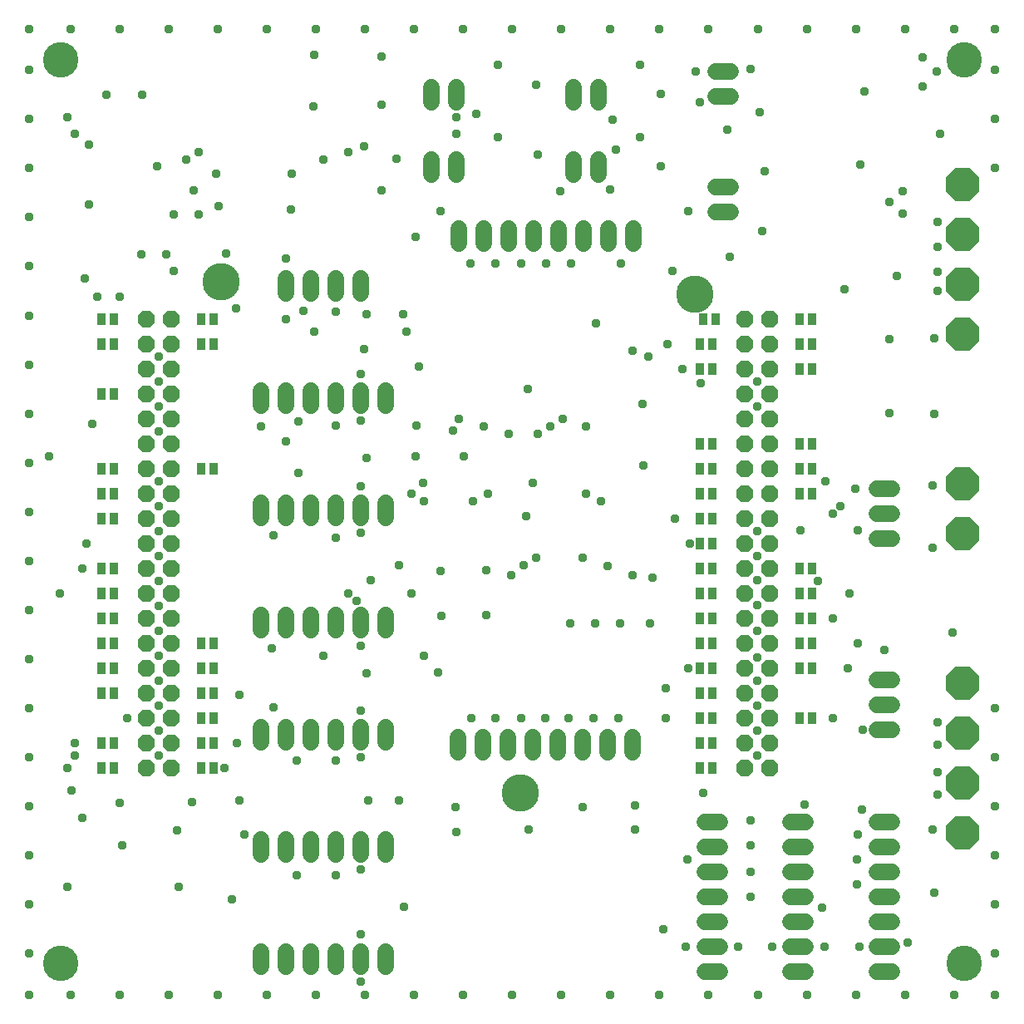
<source format=gbs>
G75*
%MOIN*%
%OFA0B0*%
%FSLAX25Y25*%
%IPPOS*%
%LPD*%
%AMOC8*
5,1,8,0,0,1.08239X$1,22.5*
%
%ADD10C,0.14186*%
%ADD11OC8,0.06800*%
%ADD12C,0.14973*%
%ADD13R,0.03800X0.04800*%
%ADD14OC8,0.13300*%
%ADD15C,0.06800*%
%ADD16OC8,0.03581*%
D10*
X0019146Y0028375D03*
X0019146Y0390580D03*
X0381350Y0390580D03*
X0381350Y0028375D03*
D11*
X0303398Y0106627D03*
X0303398Y0116627D03*
X0303398Y0126627D03*
X0303398Y0136627D03*
X0303398Y0146627D03*
X0303398Y0156627D03*
X0303398Y0166627D03*
X0303398Y0176627D03*
X0303398Y0186627D03*
X0303398Y0196627D03*
X0303398Y0206627D03*
X0303398Y0216627D03*
X0303398Y0226627D03*
X0303398Y0236627D03*
X0303398Y0246627D03*
X0303398Y0256627D03*
X0303398Y0266627D03*
X0303398Y0276627D03*
X0303398Y0286627D03*
X0293398Y0286627D03*
X0293398Y0276627D03*
X0293398Y0266627D03*
X0293398Y0256627D03*
X0293398Y0246627D03*
X0293398Y0236627D03*
X0293398Y0226627D03*
X0293398Y0216627D03*
X0293398Y0206627D03*
X0293398Y0196627D03*
X0293398Y0186627D03*
X0293398Y0176627D03*
X0293398Y0166627D03*
X0293398Y0156627D03*
X0293398Y0146627D03*
X0293398Y0136627D03*
X0293398Y0126627D03*
X0293398Y0116627D03*
X0293398Y0106627D03*
X0063398Y0106627D03*
X0063398Y0116627D03*
X0053398Y0116627D03*
X0053398Y0106627D03*
X0053398Y0126627D03*
X0063398Y0126627D03*
X0063398Y0136627D03*
X0063398Y0146627D03*
X0063398Y0156627D03*
X0053398Y0156627D03*
X0053398Y0146627D03*
X0053398Y0136627D03*
X0053398Y0166627D03*
X0063398Y0166627D03*
X0063398Y0176627D03*
X0063398Y0186627D03*
X0063398Y0196627D03*
X0063398Y0206627D03*
X0053398Y0206627D03*
X0053398Y0196627D03*
X0053398Y0186627D03*
X0053398Y0176627D03*
X0053398Y0216627D03*
X0063398Y0216627D03*
X0063398Y0226627D03*
X0063398Y0236627D03*
X0063398Y0246627D03*
X0063398Y0256627D03*
X0053398Y0256627D03*
X0053398Y0246627D03*
X0053398Y0236627D03*
X0053398Y0226627D03*
X0053398Y0266627D03*
X0063398Y0266627D03*
X0063398Y0276627D03*
X0063398Y0286627D03*
X0053398Y0286627D03*
X0053398Y0276627D03*
D12*
X0083398Y0301627D03*
X0203398Y0096627D03*
X0273398Y0296627D03*
D13*
X0276898Y0286627D03*
X0281898Y0286627D03*
X0280398Y0276627D03*
X0275398Y0276627D03*
X0275398Y0266627D03*
X0280398Y0266627D03*
X0280398Y0236627D03*
X0275398Y0236627D03*
X0275398Y0226627D03*
X0280398Y0226627D03*
X0280398Y0216627D03*
X0275398Y0216627D03*
X0275398Y0206627D03*
X0280398Y0206627D03*
X0280398Y0196627D03*
X0275398Y0196627D03*
X0275398Y0186627D03*
X0280398Y0186627D03*
X0280398Y0176627D03*
X0275398Y0176627D03*
X0275398Y0166627D03*
X0280398Y0166627D03*
X0280398Y0156627D03*
X0275398Y0156627D03*
X0275398Y0146627D03*
X0280398Y0146627D03*
X0280398Y0136627D03*
X0275398Y0136627D03*
X0275398Y0126627D03*
X0280398Y0126627D03*
X0280398Y0116627D03*
X0275398Y0116627D03*
X0275398Y0106627D03*
X0280398Y0106627D03*
X0315398Y0126627D03*
X0320398Y0126627D03*
X0320398Y0146627D03*
X0315398Y0146627D03*
X0315398Y0156627D03*
X0320398Y0156627D03*
X0320398Y0166627D03*
X0315398Y0166627D03*
X0315398Y0176627D03*
X0320398Y0176627D03*
X0320398Y0186627D03*
X0315398Y0186627D03*
X0315398Y0216627D03*
X0320398Y0216627D03*
X0320398Y0226627D03*
X0315398Y0226627D03*
X0315398Y0236627D03*
X0320398Y0236627D03*
X0320398Y0266627D03*
X0315398Y0266627D03*
X0315398Y0276627D03*
X0320398Y0276627D03*
X0320398Y0286627D03*
X0315398Y0286627D03*
X0080398Y0286627D03*
X0075398Y0286627D03*
X0075398Y0276627D03*
X0080398Y0276627D03*
X0040398Y0276627D03*
X0035398Y0276627D03*
X0035398Y0286627D03*
X0040398Y0286627D03*
X0040398Y0256627D03*
X0035398Y0256627D03*
X0035398Y0226627D03*
X0040398Y0226627D03*
X0040398Y0216627D03*
X0035398Y0216627D03*
X0035398Y0206627D03*
X0040398Y0206627D03*
X0040398Y0186627D03*
X0035398Y0186627D03*
X0035398Y0176627D03*
X0040398Y0176627D03*
X0040398Y0166627D03*
X0035398Y0166627D03*
X0035398Y0156627D03*
X0040398Y0156627D03*
X0040398Y0146627D03*
X0035398Y0146627D03*
X0035398Y0136627D03*
X0040398Y0136627D03*
X0040398Y0116627D03*
X0035398Y0116627D03*
X0035398Y0106627D03*
X0040398Y0106627D03*
X0075398Y0106627D03*
X0080398Y0106627D03*
X0080398Y0116627D03*
X0075398Y0116627D03*
X0075398Y0126627D03*
X0080398Y0126627D03*
X0080398Y0136627D03*
X0075398Y0136627D03*
X0075398Y0146627D03*
X0080398Y0146627D03*
X0080398Y0156627D03*
X0075398Y0156627D03*
X0075398Y0226627D03*
X0080398Y0226627D03*
D14*
X0380898Y0220627D03*
X0380898Y0200627D03*
X0380898Y0140627D03*
X0380898Y0120627D03*
X0380898Y0100627D03*
X0380898Y0080627D03*
X0380898Y0280627D03*
X0380898Y0300627D03*
X0380898Y0320627D03*
X0380898Y0340627D03*
D15*
X0287898Y0339627D02*
X0281898Y0339627D01*
X0281898Y0329627D02*
X0287898Y0329627D01*
X0248898Y0323127D02*
X0248898Y0317127D01*
X0238898Y0317127D02*
X0238898Y0323127D01*
X0228898Y0323127D02*
X0228898Y0317127D01*
X0218898Y0317127D02*
X0218898Y0323127D01*
X0208898Y0323127D02*
X0208898Y0317127D01*
X0198898Y0317127D02*
X0198898Y0323127D01*
X0188898Y0323127D02*
X0188898Y0317127D01*
X0178898Y0317127D02*
X0178898Y0323127D01*
X0177898Y0344627D02*
X0177898Y0350627D01*
X0167898Y0350627D02*
X0167898Y0344627D01*
X0167898Y0373627D02*
X0167898Y0379627D01*
X0177898Y0379627D02*
X0177898Y0373627D01*
X0224898Y0373627D02*
X0224898Y0379627D01*
X0234898Y0379627D02*
X0234898Y0373627D01*
X0234898Y0350627D02*
X0234898Y0344627D01*
X0224898Y0344627D02*
X0224898Y0350627D01*
X0281898Y0376127D02*
X0287898Y0376127D01*
X0287898Y0386127D02*
X0281898Y0386127D01*
X0149398Y0258127D02*
X0149398Y0252127D01*
X0139398Y0252127D02*
X0139398Y0258127D01*
X0129398Y0258127D02*
X0129398Y0252127D01*
X0119398Y0252127D02*
X0119398Y0258127D01*
X0109398Y0258127D02*
X0109398Y0252127D01*
X0099398Y0252127D02*
X0099398Y0258127D01*
X0109398Y0297127D02*
X0109398Y0303127D01*
X0119398Y0303127D02*
X0119398Y0297127D01*
X0129398Y0297127D02*
X0129398Y0303127D01*
X0139398Y0303127D02*
X0139398Y0297127D01*
X0139398Y0213127D02*
X0139398Y0207127D01*
X0129398Y0207127D02*
X0129398Y0213127D01*
X0119398Y0213127D02*
X0119398Y0207127D01*
X0109398Y0207127D02*
X0109398Y0213127D01*
X0099398Y0213127D02*
X0099398Y0207127D01*
X0099398Y0168127D02*
X0099398Y0162127D01*
X0109398Y0162127D02*
X0109398Y0168127D01*
X0119398Y0168127D02*
X0119398Y0162127D01*
X0129398Y0162127D02*
X0129398Y0168127D01*
X0139398Y0168127D02*
X0139398Y0162127D01*
X0149398Y0162127D02*
X0149398Y0168127D01*
X0149398Y0207127D02*
X0149398Y0213127D01*
X0149398Y0123127D02*
X0149398Y0117127D01*
X0139398Y0117127D02*
X0139398Y0123127D01*
X0129398Y0123127D02*
X0129398Y0117127D01*
X0119398Y0117127D02*
X0119398Y0123127D01*
X0109398Y0123127D02*
X0109398Y0117127D01*
X0099398Y0117127D02*
X0099398Y0123127D01*
X0099398Y0078127D02*
X0099398Y0072127D01*
X0109398Y0072127D02*
X0109398Y0078127D01*
X0119398Y0078127D02*
X0119398Y0072127D01*
X0129398Y0072127D02*
X0129398Y0078127D01*
X0139398Y0078127D02*
X0139398Y0072127D01*
X0149398Y0072127D02*
X0149398Y0078127D01*
X0178398Y0113127D02*
X0178398Y0119127D01*
X0188398Y0119127D02*
X0188398Y0113127D01*
X0198398Y0113127D02*
X0198398Y0119127D01*
X0208398Y0119127D02*
X0208398Y0113127D01*
X0218398Y0113127D02*
X0218398Y0119127D01*
X0228398Y0119127D02*
X0228398Y0113127D01*
X0238398Y0113127D02*
X0238398Y0119127D01*
X0248398Y0119127D02*
X0248398Y0113127D01*
X0277398Y0085127D02*
X0283398Y0085127D01*
X0283398Y0075127D02*
X0277398Y0075127D01*
X0277398Y0065127D02*
X0283398Y0065127D01*
X0283398Y0055127D02*
X0277398Y0055127D01*
X0277398Y0045127D02*
X0283398Y0045127D01*
X0283398Y0035127D02*
X0277398Y0035127D01*
X0277398Y0025127D02*
X0283398Y0025127D01*
X0311898Y0025127D02*
X0317898Y0025127D01*
X0317898Y0035127D02*
X0311898Y0035127D01*
X0311898Y0045127D02*
X0317898Y0045127D01*
X0317898Y0055127D02*
X0311898Y0055127D01*
X0311898Y0065127D02*
X0317898Y0065127D01*
X0317898Y0075127D02*
X0311898Y0075127D01*
X0311898Y0085127D02*
X0317898Y0085127D01*
X0346398Y0085127D02*
X0352398Y0085127D01*
X0352398Y0075127D02*
X0346398Y0075127D01*
X0346398Y0065127D02*
X0352398Y0065127D01*
X0352398Y0055127D02*
X0346398Y0055127D01*
X0346398Y0045127D02*
X0352398Y0045127D01*
X0352398Y0035127D02*
X0346398Y0035127D01*
X0346398Y0025127D02*
X0352398Y0025127D01*
X0352398Y0122127D02*
X0346398Y0122127D01*
X0346398Y0132127D02*
X0352398Y0132127D01*
X0352398Y0142127D02*
X0346398Y0142127D01*
X0346398Y0198627D02*
X0352398Y0198627D01*
X0352398Y0208627D02*
X0346398Y0208627D01*
X0346398Y0218627D02*
X0352398Y0218627D01*
X0149398Y0033127D02*
X0149398Y0027127D01*
X0139398Y0027127D02*
X0139398Y0033127D01*
X0129398Y0033127D02*
X0129398Y0027127D01*
X0119398Y0027127D02*
X0119398Y0033127D01*
X0109398Y0033127D02*
X0109398Y0027127D01*
X0099398Y0027127D02*
X0099398Y0033127D01*
D16*
X0006547Y0015777D03*
X0006547Y0032312D03*
X0006547Y0051997D03*
X0021898Y0059127D03*
X0006547Y0071682D03*
X0006547Y0091367D03*
X0023398Y0097627D03*
X0021898Y0106627D03*
X0024898Y0111627D03*
X0024898Y0116627D03*
X0006547Y0111052D03*
X0006547Y0130737D03*
X0006547Y0150423D03*
X0006547Y0170108D03*
X0018898Y0176627D03*
X0027898Y0186627D03*
X0029398Y0196627D03*
X0006547Y0189793D03*
X0006547Y0209478D03*
X0006547Y0229163D03*
X0014398Y0231627D03*
X0006547Y0248848D03*
X0006547Y0268533D03*
X0006547Y0288218D03*
X0006547Y0307903D03*
X0006547Y0327588D03*
X0006547Y0347273D03*
X0006547Y0366958D03*
X0021898Y0367627D03*
X0024898Y0361127D03*
X0030398Y0356627D03*
X0037398Y0376627D03*
X0051898Y0376627D03*
X0074398Y0353627D03*
X0069398Y0350627D03*
X0072398Y0338281D03*
X0081398Y0345127D03*
X0082398Y0332127D03*
X0074398Y0328627D03*
X0064398Y0328627D03*
X0061398Y0312627D03*
X0064398Y0306127D03*
X0051398Y0312627D03*
X0042898Y0295627D03*
X0033898Y0295627D03*
X0028898Y0303127D03*
X0030398Y0332627D03*
X0057898Y0348127D03*
X0085398Y0313127D03*
X0089398Y0291127D03*
X0109398Y0286627D03*
X0116398Y0290127D03*
X0120898Y0281627D03*
X0129398Y0289627D03*
X0141898Y0288627D03*
X0140898Y0274627D03*
X0139398Y0264627D03*
X0139398Y0246127D03*
X0129398Y0244127D03*
X0141898Y0231127D03*
X0139398Y0219627D03*
X0139398Y0201127D03*
X0129398Y0199127D03*
X0143398Y0182127D03*
X0137898Y0173627D03*
X0134398Y0176627D03*
X0139398Y0155627D03*
X0141898Y0144627D03*
X0139398Y0129627D03*
X0139398Y0111127D03*
X0129398Y0109627D03*
X0113898Y0109627D03*
X0104398Y0131127D03*
X0090898Y0136127D03*
X0103898Y0154627D03*
X0124398Y0151627D03*
X0154898Y0188127D03*
X0159898Y0176627D03*
X0171398Y0185627D03*
X0171898Y0167627D03*
X0164898Y0151627D03*
X0170398Y0145127D03*
X0183898Y0126627D03*
X0193398Y0126627D03*
X0203898Y0126627D03*
X0213398Y0126627D03*
X0222898Y0126627D03*
X0232898Y0126627D03*
X0242898Y0126627D03*
X0261898Y0126627D03*
X0261898Y0138627D03*
X0270898Y0146627D03*
X0255398Y0164627D03*
X0243398Y0164627D03*
X0233398Y0164627D03*
X0223398Y0164627D03*
X0238398Y0187627D03*
X0228398Y0191127D03*
X0209898Y0191127D03*
X0204898Y0188127D03*
X0199898Y0184127D03*
X0189898Y0186127D03*
X0189898Y0168127D03*
X0205898Y0207627D03*
X0208398Y0221127D03*
X0210398Y0240627D03*
X0215398Y0243627D03*
X0220398Y0246627D03*
X0229898Y0243627D03*
X0252398Y0252627D03*
X0254898Y0271627D03*
X0248398Y0274127D03*
X0262398Y0276627D03*
X0268398Y0266627D03*
X0275898Y0261127D03*
X0298398Y0261627D03*
X0298398Y0251627D03*
X0325898Y0221627D03*
X0331898Y0211627D03*
X0328898Y0208627D03*
X0338898Y0202127D03*
X0337898Y0218627D03*
X0315898Y0202127D03*
X0322898Y0181627D03*
X0328898Y0166627D03*
X0335398Y0176627D03*
X0338898Y0156627D03*
X0334898Y0146627D03*
X0349398Y0154127D03*
X0328898Y0126627D03*
X0340898Y0122127D03*
X0370898Y0125127D03*
X0370898Y0116127D03*
X0370898Y0105127D03*
X0370898Y0096127D03*
X0368898Y0082127D03*
X0369398Y0056627D03*
X0358898Y0036627D03*
X0339398Y0035127D03*
X0325398Y0035127D03*
X0324398Y0050627D03*
X0338398Y0060127D03*
X0338398Y0070127D03*
X0338898Y0080127D03*
X0340398Y0090127D03*
X0317398Y0092127D03*
X0295898Y0085627D03*
X0295898Y0075627D03*
X0295898Y0065127D03*
X0295898Y0055127D03*
X0290898Y0035127D03*
X0304398Y0035127D03*
X0298673Y0015777D03*
X0278988Y0015777D03*
X0269898Y0035127D03*
X0260898Y0042127D03*
X0259303Y0015777D03*
X0239618Y0015777D03*
X0219933Y0015777D03*
X0200248Y0015777D03*
X0180563Y0015777D03*
X0160878Y0015777D03*
X0141193Y0015777D03*
X0139398Y0021127D03*
X0121508Y0015777D03*
X0101823Y0015777D03*
X0082138Y0015777D03*
X0062453Y0015777D03*
X0042768Y0015777D03*
X0023083Y0015777D03*
X0066398Y0059127D03*
X0065898Y0081627D03*
X0071898Y0093127D03*
X0084898Y0106627D03*
X0089898Y0116627D03*
X0090898Y0093627D03*
X0092898Y0080127D03*
X0087898Y0054127D03*
X0113898Y0063627D03*
X0129398Y0063627D03*
X0139398Y0066127D03*
X0156898Y0051127D03*
X0139398Y0040127D03*
X0177898Y0081127D03*
X0177398Y0091127D03*
X0154898Y0093627D03*
X0142398Y0093627D03*
X0206898Y0082127D03*
X0228398Y0091127D03*
X0249398Y0091627D03*
X0249398Y0082127D03*
X0270398Y0070127D03*
X0276898Y0096627D03*
X0298398Y0111627D03*
X0298398Y0121627D03*
X0298398Y0131627D03*
X0298398Y0141627D03*
X0298398Y0151127D03*
X0298398Y0161627D03*
X0298398Y0172127D03*
X0298398Y0182127D03*
X0298398Y0191627D03*
X0298398Y0201627D03*
X0271398Y0196627D03*
X0265398Y0206627D03*
X0252898Y0228127D03*
X0235898Y0213627D03*
X0229898Y0216627D03*
X0248398Y0184127D03*
X0256398Y0183127D03*
X0198898Y0240627D03*
X0188898Y0243627D03*
X0178898Y0246627D03*
X0176398Y0242127D03*
X0180898Y0231627D03*
X0190398Y0216627D03*
X0184398Y0213627D03*
X0164898Y0213627D03*
X0159898Y0216627D03*
X0164398Y0221127D03*
X0161398Y0231627D03*
X0161898Y0244127D03*
X0162898Y0267627D03*
X0157898Y0281627D03*
X0156398Y0288627D03*
X0161398Y0319627D03*
X0171398Y0330127D03*
X0153898Y0351127D03*
X0147744Y0338281D03*
X0140898Y0356127D03*
X0134398Y0353627D03*
X0124398Y0350627D03*
X0111898Y0345127D03*
X0111398Y0330627D03*
X0109398Y0311127D03*
X0120398Y0372127D03*
X0120898Y0392627D03*
X0121508Y0403178D03*
X0141193Y0403178D03*
X0147898Y0392127D03*
X0160878Y0403178D03*
X0180563Y0403178D03*
X0194398Y0388627D03*
X0200248Y0403178D03*
X0219933Y0403178D03*
X0239618Y0403178D03*
X0251398Y0388627D03*
X0259898Y0377127D03*
X0273898Y0386127D03*
X0275398Y0373627D03*
X0286398Y0362627D03*
X0299398Y0369627D03*
X0295898Y0387127D03*
X0298673Y0403178D03*
X0278988Y0403178D03*
X0259303Y0403178D03*
X0240398Y0366627D03*
X0241898Y0354627D03*
X0251398Y0359627D03*
X0259898Y0348127D03*
X0270898Y0330127D03*
X0287398Y0311627D03*
X0300398Y0322127D03*
X0301398Y0346127D03*
X0264398Y0306127D03*
X0243898Y0309127D03*
X0223898Y0309127D03*
X0213898Y0309127D03*
X0203898Y0309127D03*
X0193398Y0309127D03*
X0183398Y0309127D03*
X0219398Y0338127D03*
X0210398Y0352627D03*
X0194398Y0359627D03*
X0185898Y0369127D03*
X0177898Y0367627D03*
X0177898Y0361127D03*
X0147898Y0372627D03*
X0101823Y0403178D03*
X0082138Y0403178D03*
X0062453Y0403178D03*
X0042768Y0403178D03*
X0023083Y0403178D03*
X0006547Y0403178D03*
X0006547Y0386643D03*
X0058398Y0271627D03*
X0058398Y0261627D03*
X0058398Y0251627D03*
X0058398Y0241627D03*
X0058398Y0221627D03*
X0058398Y0211627D03*
X0058398Y0201627D03*
X0058398Y0191627D03*
X0058398Y0181627D03*
X0058398Y0171627D03*
X0058398Y0161627D03*
X0058398Y0151627D03*
X0058398Y0141627D03*
X0058398Y0131627D03*
X0058398Y0121627D03*
X0058398Y0111627D03*
X0045898Y0126627D03*
X0042898Y0092627D03*
X0027898Y0086627D03*
X0043898Y0075627D03*
X0104398Y0200127D03*
X0114398Y0225127D03*
X0109398Y0237627D03*
X0114398Y0245627D03*
X0099398Y0243627D03*
X0031898Y0244627D03*
X0206398Y0258627D03*
X0233898Y0285127D03*
X0239398Y0338627D03*
X0209898Y0380627D03*
X0318358Y0403178D03*
X0338043Y0403178D03*
X0357728Y0403178D03*
X0364898Y0391627D03*
X0370398Y0386127D03*
X0364898Y0380127D03*
X0371898Y0361127D03*
X0393949Y0366958D03*
X0393949Y0386643D03*
X0393949Y0403178D03*
X0377413Y0403178D03*
X0341398Y0378127D03*
X0339898Y0348627D03*
X0351398Y0333627D03*
X0356898Y0329127D03*
X0356898Y0338127D03*
X0370898Y0325627D03*
X0370898Y0315627D03*
X0370898Y0305627D03*
X0370898Y0298127D03*
X0354398Y0304127D03*
X0333398Y0298627D03*
X0351398Y0278627D03*
X0369398Y0279127D03*
X0369398Y0248627D03*
X0351398Y0249127D03*
X0368898Y0220127D03*
X0368898Y0195127D03*
X0376898Y0161127D03*
X0393949Y0130737D03*
X0393949Y0111052D03*
X0393949Y0091367D03*
X0393949Y0071682D03*
X0393949Y0051997D03*
X0393949Y0032312D03*
X0393949Y0015777D03*
X0377413Y0015777D03*
X0357728Y0015777D03*
X0338043Y0015777D03*
X0318358Y0015777D03*
X0393949Y0347273D03*
M02*

</source>
